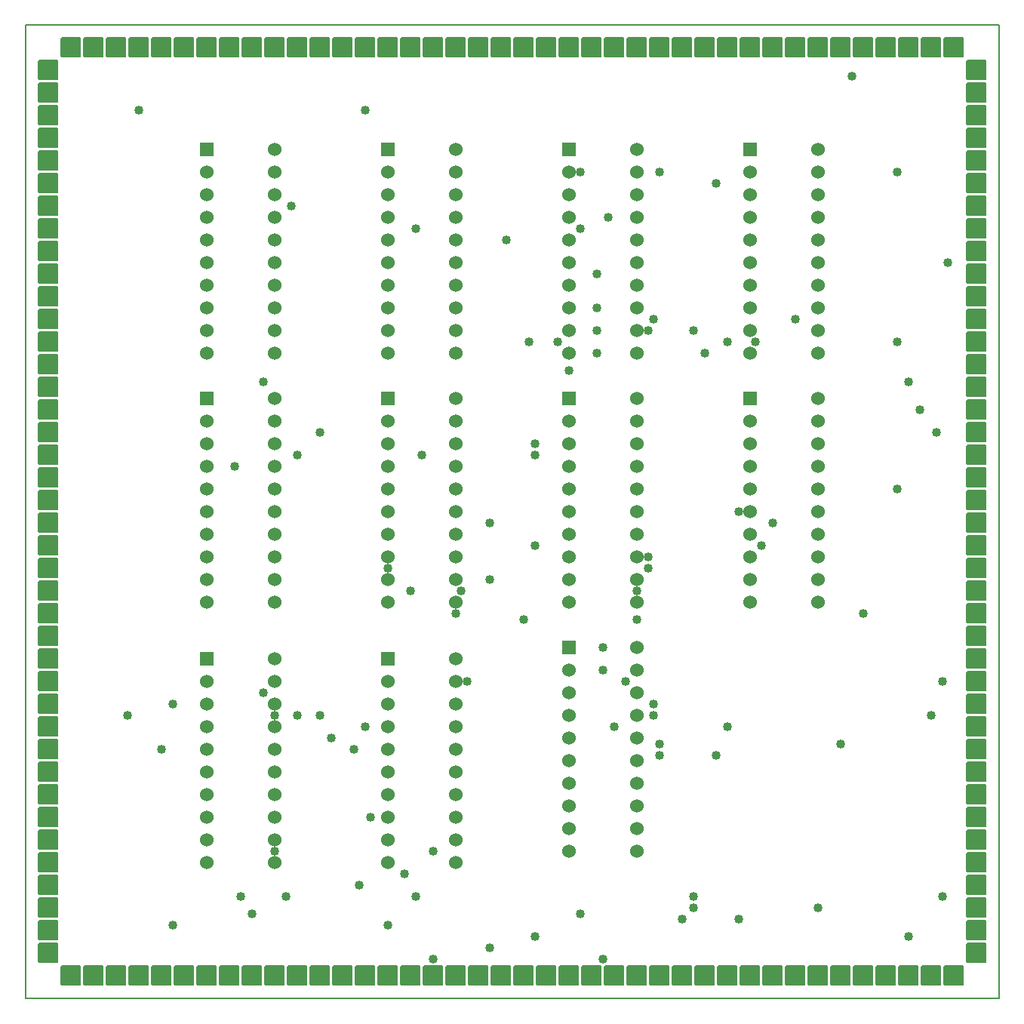
<source format=gbr>
G04 PROTEUS GERBER X2 FILE*
%TF.GenerationSoftware,Labcenter,Proteus,8.13-SP0-Build31525*%
%TF.CreationDate,2022-07-18T16:40:46+00:00*%
%TF.FileFunction,Soldermask,Bot*%
%TF.FilePolarity,Negative*%
%TF.Part,Single*%
%TF.SameCoordinates,{e24a2c9c-2edf-4d0d-b778-41e989ec9892}*%
%FSLAX45Y45*%
%MOMM*%
G01*
%TA.AperFunction,Material*%
%ADD17C,1.016000*%
%AMPPAD008*
4,1,36,
-1.016000,1.143000,
1.016000,1.143000,
1.041970,1.140470,
1.065980,1.133200,
1.087580,1.121650,
1.106290,1.106290,
1.121650,1.087570,
1.133200,1.065980,
1.140470,1.041970,
1.143000,1.016000,
1.143000,-1.016000,
1.140470,-1.041970,
1.133200,-1.065980,
1.121650,-1.087570,
1.106290,-1.106290,
1.087580,-1.121650,
1.065980,-1.133200,
1.041970,-1.140470,
1.016000,-1.143000,
-1.016000,-1.143000,
-1.041970,-1.140470,
-1.065980,-1.133200,
-1.087580,-1.121650,
-1.106290,-1.106290,
-1.121650,-1.087570,
-1.133200,-1.065980,
-1.140470,-1.041970,
-1.143000,-1.016000,
-1.143000,1.016000,
-1.140470,1.041970,
-1.133200,1.065980,
-1.121650,1.087570,
-1.106290,1.106290,
-1.087580,1.121650,
-1.065980,1.133200,
-1.041970,1.140470,
-1.016000,1.143000,
0*%
%TA.AperFunction,Material*%
%ADD18PPAD008*%
%AMPPAD009*
4,1,36,
1.143000,1.016000,
1.143000,-1.016000,
1.140470,-1.041970,
1.133200,-1.065980,
1.121650,-1.087580,
1.106290,-1.106290,
1.087570,-1.121650,
1.065980,-1.133200,
1.041970,-1.140470,
1.016000,-1.143000,
-1.016000,-1.143000,
-1.041970,-1.140470,
-1.065980,-1.133200,
-1.087570,-1.121650,
-1.106290,-1.106290,
-1.121650,-1.087580,
-1.133200,-1.065980,
-1.140470,-1.041970,
-1.143000,-1.016000,
-1.143000,1.016000,
-1.140470,1.041970,
-1.133200,1.065980,
-1.121650,1.087580,
-1.106290,1.106290,
-1.087570,1.121650,
-1.065980,1.133200,
-1.041970,1.140470,
-1.016000,1.143000,
1.016000,1.143000,
1.041970,1.140470,
1.065980,1.133200,
1.087570,1.121650,
1.106290,1.106290,
1.121650,1.087580,
1.133200,1.065980,
1.140470,1.041970,
1.143000,1.016000,
0*%
%ADD19PPAD009*%
%AMPPAD010*
4,1,36,
0.762000,0.635000,
0.762000,-0.635000,
0.759470,-0.660970,
0.752200,-0.684980,
0.740650,-0.706580,
0.725290,-0.725290,
0.706570,-0.740650,
0.684980,-0.752200,
0.660970,-0.759470,
0.635000,-0.762000,
-0.635000,-0.762000,
-0.660970,-0.759470,
-0.684980,-0.752200,
-0.706570,-0.740650,
-0.725290,-0.725290,
-0.740650,-0.706580,
-0.752200,-0.684980,
-0.759470,-0.660970,
-0.762000,-0.635000,
-0.762000,0.635000,
-0.759470,0.660970,
-0.752200,0.684980,
-0.740650,0.706580,
-0.725290,0.725290,
-0.706570,0.740650,
-0.684980,0.752200,
-0.660970,0.759470,
-0.635000,0.762000,
0.635000,0.762000,
0.660970,0.759470,
0.684980,0.752200,
0.706570,0.740650,
0.725290,0.725290,
0.740650,0.706580,
0.752200,0.684980,
0.759470,0.660970,
0.762000,0.635000,
0*%
%TA.AperFunction,Material*%
%ADD70PPAD010*%
%ADD71C,1.524000*%
%TA.AperFunction,Profile*%
%ADD15C,0.203200*%
%TD.AperFunction*%
D17*
X-1651000Y-2667000D03*
X-2667000Y-2540000D03*
X-1778000Y-2921000D03*
X-889000Y-4064000D03*
X-2667000Y-4064000D03*
X-2413000Y+381000D03*
X-3111500Y+254000D03*
X-2413000Y-2540000D03*
X-2159000Y+635000D03*
X-2159000Y-2540000D03*
X-2032000Y-2794000D03*
X-3048000Y-4572000D03*
X-1714500Y-4445000D03*
X-1397000Y-4889500D03*
X-3810000Y-4889500D03*
X-1587500Y-3683000D03*
X-1143000Y-1143000D03*
X-1206500Y-4318000D03*
X-3810000Y-2413000D03*
X-4318000Y-2540000D03*
X-3937000Y-2921000D03*
X+762000Y-4762500D03*
X-2921000Y-4762500D03*
X-2794000Y-2286000D03*
X+1016000Y-5270500D03*
X-889000Y-5270500D03*
X+1651000Y+3556000D03*
X+762000Y+3556000D03*
X+190500Y+1651000D03*
X+508000Y+1651000D03*
X-1016000Y+381000D03*
X+254000Y+381000D03*
X+254000Y+508000D03*
X+2540000Y-254000D03*
X-63500Y+2794000D03*
X+127000Y-1460500D03*
X+2794000Y-635000D03*
X+952500Y+2413000D03*
X+952500Y+2032000D03*
X+952500Y+1778000D03*
X+3175000Y+1905000D03*
X+952500Y+1524000D03*
X+3810000Y+4635500D03*
X+4318000Y+0D03*
X+4572000Y+889000D03*
X+1143000Y-2667000D03*
X+2413000Y-2667000D03*
X+1651000Y-2857500D03*
X+3683000Y-2857500D03*
X+3937000Y-1397000D03*
X+1524000Y-762000D03*
X+1524000Y-889000D03*
X-1397000Y-889000D03*
X-254000Y-1016000D03*
X-254000Y-5143500D03*
X-254000Y-381000D03*
X+254000Y-635000D03*
X+254000Y-5016500D03*
X+4445000Y-5016500D03*
X+1587500Y-2540000D03*
X+4699000Y-2540000D03*
X-571500Y-1143000D03*
X+1397000Y-1143000D03*
X-508000Y-2159000D03*
X+1587500Y-2413000D03*
X-635000Y-1397000D03*
X+762000Y+2921000D03*
X-1079500Y+2921000D03*
X+1079500Y+3048000D03*
X+1651000Y-2984500D03*
X+2286000Y-2984500D03*
X+1905000Y-4826000D03*
X+2540000Y-4826000D03*
X+1587500Y+1905000D03*
X+2032000Y+1778000D03*
X+1524000Y+1778000D03*
X-2476500Y+3175000D03*
X+2159000Y+1524000D03*
X+2921000Y-381000D03*
X+3429000Y-4699000D03*
X+2032000Y-4699000D03*
X-1079500Y-4572000D03*
X+2032000Y-4572000D03*
X+1397000Y-1460500D03*
X+2413000Y+1651000D03*
X-1651000Y+4254500D03*
X-4191000Y+4254500D03*
X+1016000Y-2032000D03*
X+1016000Y-1778000D03*
X+4318000Y+1651000D03*
X+4318000Y+3556000D03*
X+4889500Y+2540000D03*
X+2730500Y+1651000D03*
X+2286000Y+3429000D03*
X+4445000Y+1206500D03*
X-2794000Y+1206500D03*
X+4762500Y+635000D03*
X+635000Y+1333500D03*
X+4826000Y-4572000D03*
X-2540000Y-4572000D03*
X+4826000Y-2159000D03*
X+1270000Y-2159000D03*
D18*
X-2921000Y+4953000D03*
X-2667000Y+4953000D03*
X-2413000Y+4953000D03*
X-2159000Y+4953000D03*
X-1905000Y+4953000D03*
X-1651000Y+4953000D03*
X-1397000Y+4953000D03*
X-1143000Y+4953000D03*
X-889000Y+4953000D03*
X-635000Y+4953000D03*
X-381000Y+4953000D03*
X-127000Y+4953000D03*
X+127000Y+4953000D03*
X+381000Y+4953000D03*
X+635000Y+4953000D03*
X+889000Y+4953000D03*
X+1143000Y+4953000D03*
X+1397000Y+4953000D03*
X+1651000Y+4953000D03*
X+1905000Y+4953000D03*
X+2159000Y+4953000D03*
X+2413000Y+4953000D03*
X+2667000Y+4953000D03*
X+2921000Y+4953000D03*
X+3175000Y+4953000D03*
X+3429000Y+4953000D03*
X+3683000Y+4953000D03*
X+3937000Y+4953000D03*
X+4191000Y+4953000D03*
X+4445000Y+4953000D03*
X+4699000Y+4953000D03*
X+4953000Y+4953000D03*
X-4953000Y+4953000D03*
X-4699000Y+4953000D03*
X-4445000Y+4953000D03*
X-4191000Y+4953000D03*
X-3937000Y+4953000D03*
X-3683000Y+4953000D03*
X-3429000Y+4953000D03*
X-3175000Y+4953000D03*
X-4953000Y-5461000D03*
X-4699000Y-5461000D03*
X-4445000Y-5461000D03*
X-4191000Y-5461000D03*
X-3937000Y-5461000D03*
X-3683000Y-5461000D03*
X-3429000Y-5461000D03*
X-3175000Y-5461000D03*
X-2921000Y-5461000D03*
X-2667000Y-5461000D03*
X-2413000Y-5461000D03*
X-2159000Y-5461000D03*
X-1905000Y-5461000D03*
X-1651000Y-5461000D03*
X-1397000Y-5461000D03*
X-1143000Y-5461000D03*
X-889000Y-5461000D03*
X-635000Y-5461000D03*
X-381000Y-5461000D03*
X-127000Y-5461000D03*
X+127000Y-5461000D03*
X+381000Y-5461000D03*
X+635000Y-5461000D03*
X+889000Y-5461000D03*
X+1143000Y-5461000D03*
X+1397000Y-5461000D03*
X+1651000Y-5461000D03*
X+1905000Y-5461000D03*
X+2159000Y-5461000D03*
X+2413000Y-5461000D03*
X+2667000Y-5461000D03*
X+2921000Y-5461000D03*
X+3175000Y-5461000D03*
X+3429000Y-5461000D03*
X+3683000Y-5461000D03*
X+3937000Y-5461000D03*
X+4191000Y-5461000D03*
X+4445000Y-5461000D03*
X+4699000Y-5461000D03*
X+4953000Y-5461000D03*
D19*
X-5207000Y+4699000D03*
X-5207000Y+4445000D03*
X-5207000Y+4191000D03*
X-5207000Y+3937000D03*
X-5207000Y+3683000D03*
X-5207000Y+3429000D03*
X-5207000Y+3175000D03*
X-5207000Y+2921000D03*
X-5207000Y+2667000D03*
X-5207000Y+2413000D03*
X-5207000Y+2159000D03*
X-5207000Y+1905000D03*
X-5207000Y+1651000D03*
X-5207000Y+1397000D03*
X-5207000Y+1143000D03*
X-5207000Y+889000D03*
X-5207000Y+635000D03*
X-5207000Y+381000D03*
X-5207000Y+127000D03*
X-5207000Y-127000D03*
X-5207000Y-381000D03*
X-5207000Y-635000D03*
X-5207000Y-889000D03*
X-5207000Y-1143000D03*
X-5207000Y-1397000D03*
X-5207000Y-1651000D03*
X-5207000Y-1905000D03*
X-5207000Y-2159000D03*
X-5207000Y-2413000D03*
X-5207000Y-2667000D03*
X-5207000Y-2921000D03*
X-5207000Y-3175000D03*
X-5207000Y-3429000D03*
X-5207000Y-3683000D03*
X-5207000Y-3937000D03*
X-5207000Y-4191000D03*
X-5207000Y-4445000D03*
X-5207000Y-4699000D03*
X-5207000Y-4953000D03*
X-5207000Y-5207000D03*
X+5207000Y+4699000D03*
X+5207000Y+4445000D03*
X+5207000Y+4191000D03*
X+5207000Y+3937000D03*
X+5207000Y+3683000D03*
X+5207000Y+3429000D03*
X+5207000Y+3175000D03*
X+5207000Y+2921000D03*
X+5207000Y+2667000D03*
X+5207000Y+2413000D03*
X+5207000Y+2159000D03*
X+5207000Y+1905000D03*
X+5207000Y+1651000D03*
X+5207000Y+1397000D03*
X+5207000Y+1143000D03*
X+5207000Y+889000D03*
X+5207000Y+635000D03*
X+5207000Y+381000D03*
X+5207000Y+127000D03*
X+5207000Y-127000D03*
X+5207000Y-381000D03*
X+5207000Y-635000D03*
X+5207000Y-889000D03*
X+5207000Y-1143000D03*
X+5207000Y-1397000D03*
X+5207000Y-1651000D03*
X+5207000Y-1905000D03*
X+5207000Y-2159000D03*
X+5207000Y-2413000D03*
X+5207000Y-2667000D03*
X+5207000Y-2921000D03*
X+5207000Y-3175000D03*
X+5207000Y-3429000D03*
X+5207000Y-3683000D03*
X+5207000Y-3937000D03*
X+5207000Y-4191000D03*
X+5207000Y-4445000D03*
X+5207000Y-4699000D03*
X+5207000Y-4953000D03*
X+5207000Y-5207000D03*
D70*
X-3429000Y+3810000D03*
D71*
X-3429000Y+3556000D03*
X-3429000Y+3302000D03*
X-3429000Y+3048000D03*
X-3429000Y+2794000D03*
X-3429000Y+2540000D03*
X-3429000Y+2286000D03*
X-3429000Y+2032000D03*
X-3429000Y+1778000D03*
X-3429000Y+1524000D03*
X-2667000Y+1524000D03*
X-2667000Y+1778000D03*
X-2667000Y+2032000D03*
X-2667000Y+2286000D03*
X-2667000Y+2540000D03*
X-2667000Y+2794000D03*
X-2667000Y+3048000D03*
X-2667000Y+3302000D03*
X-2667000Y+3556000D03*
X-2667000Y+3810000D03*
D70*
X-3429000Y+1016000D03*
D71*
X-3429000Y+762000D03*
X-3429000Y+508000D03*
X-3429000Y+254000D03*
X-3429000Y+0D03*
X-3429000Y-254000D03*
X-3429000Y-508000D03*
X-3429000Y-762000D03*
X-3429000Y-1016000D03*
X-3429000Y-1270000D03*
X-2667000Y-1270000D03*
X-2667000Y-1016000D03*
X-2667000Y-762000D03*
X-2667000Y-508000D03*
X-2667000Y-254000D03*
X-2667000Y+0D03*
X-2667000Y+254000D03*
X-2667000Y+508000D03*
X-2667000Y+762000D03*
X-2667000Y+1016000D03*
D70*
X-1397000Y+3810000D03*
D71*
X-1397000Y+3556000D03*
X-1397000Y+3302000D03*
X-1397000Y+3048000D03*
X-1397000Y+2794000D03*
X-1397000Y+2540000D03*
X-1397000Y+2286000D03*
X-1397000Y+2032000D03*
X-1397000Y+1778000D03*
X-1397000Y+1524000D03*
X-635000Y+1524000D03*
X-635000Y+1778000D03*
X-635000Y+2032000D03*
X-635000Y+2286000D03*
X-635000Y+2540000D03*
X-635000Y+2794000D03*
X-635000Y+3048000D03*
X-635000Y+3302000D03*
X-635000Y+3556000D03*
X-635000Y+3810000D03*
D70*
X-1397000Y+1016000D03*
D71*
X-1397000Y+762000D03*
X-1397000Y+508000D03*
X-1397000Y+254000D03*
X-1397000Y+0D03*
X-1397000Y-254000D03*
X-1397000Y-508000D03*
X-1397000Y-762000D03*
X-1397000Y-1016000D03*
X-1397000Y-1270000D03*
X-635000Y-1270000D03*
X-635000Y-1016000D03*
X-635000Y-762000D03*
X-635000Y-508000D03*
X-635000Y-254000D03*
X-635000Y+0D03*
X-635000Y+254000D03*
X-635000Y+508000D03*
X-635000Y+762000D03*
X-635000Y+1016000D03*
D70*
X+635000Y+3810000D03*
D71*
X+635000Y+3556000D03*
X+635000Y+3302000D03*
X+635000Y+3048000D03*
X+635000Y+2794000D03*
X+635000Y+2540000D03*
X+635000Y+2286000D03*
X+635000Y+2032000D03*
X+635000Y+1778000D03*
X+635000Y+1524000D03*
X+1397000Y+1524000D03*
X+1397000Y+1778000D03*
X+1397000Y+2032000D03*
X+1397000Y+2286000D03*
X+1397000Y+2540000D03*
X+1397000Y+2794000D03*
X+1397000Y+3048000D03*
X+1397000Y+3302000D03*
X+1397000Y+3556000D03*
X+1397000Y+3810000D03*
D70*
X+635000Y+1016000D03*
D71*
X+635000Y+762000D03*
X+635000Y+508000D03*
X+635000Y+254000D03*
X+635000Y+0D03*
X+635000Y-254000D03*
X+635000Y-508000D03*
X+635000Y-762000D03*
X+635000Y-1016000D03*
X+635000Y-1270000D03*
X+1397000Y-1270000D03*
X+1397000Y-1016000D03*
X+1397000Y-762000D03*
X+1397000Y-508000D03*
X+1397000Y-254000D03*
X+1397000Y+0D03*
X+1397000Y+254000D03*
X+1397000Y+508000D03*
X+1397000Y+762000D03*
X+1397000Y+1016000D03*
D70*
X-3429000Y-1905000D03*
D71*
X-3429000Y-2159000D03*
X-3429000Y-2413000D03*
X-3429000Y-2667000D03*
X-3429000Y-2921000D03*
X-3429000Y-3175000D03*
X-3429000Y-3429000D03*
X-3429000Y-3683000D03*
X-3429000Y-3937000D03*
X-3429000Y-4191000D03*
X-2667000Y-4191000D03*
X-2667000Y-3937000D03*
X-2667000Y-3683000D03*
X-2667000Y-3429000D03*
X-2667000Y-3175000D03*
X-2667000Y-2921000D03*
X-2667000Y-2667000D03*
X-2667000Y-2413000D03*
X-2667000Y-2159000D03*
X-2667000Y-1905000D03*
D70*
X+635000Y-1778000D03*
D71*
X+635000Y-2032000D03*
X+635000Y-2286000D03*
X+635000Y-2540000D03*
X+635000Y-2794000D03*
X+635000Y-3048000D03*
X+635000Y-3302000D03*
X+635000Y-3556000D03*
X+635000Y-3810000D03*
X+635000Y-4064000D03*
X+1397000Y-4064000D03*
X+1397000Y-3810000D03*
X+1397000Y-3556000D03*
X+1397000Y-3302000D03*
X+1397000Y-3048000D03*
X+1397000Y-2794000D03*
X+1397000Y-2540000D03*
X+1397000Y-2286000D03*
X+1397000Y-2032000D03*
X+1397000Y-1778000D03*
D70*
X-1397000Y-1905000D03*
D71*
X-1397000Y-2159000D03*
X-1397000Y-2413000D03*
X-1397000Y-2667000D03*
X-1397000Y-2921000D03*
X-1397000Y-3175000D03*
X-1397000Y-3429000D03*
X-1397000Y-3683000D03*
X-1397000Y-3937000D03*
X-1397000Y-4191000D03*
X-635000Y-4191000D03*
X-635000Y-3937000D03*
X-635000Y-3683000D03*
X-635000Y-3429000D03*
X-635000Y-3175000D03*
X-635000Y-2921000D03*
X-635000Y-2667000D03*
X-635000Y-2413000D03*
X-635000Y-2159000D03*
X-635000Y-1905000D03*
D70*
X+2667000Y+3810000D03*
D71*
X+2667000Y+3556000D03*
X+2667000Y+3302000D03*
X+2667000Y+3048000D03*
X+2667000Y+2794000D03*
X+2667000Y+2540000D03*
X+2667000Y+2286000D03*
X+2667000Y+2032000D03*
X+2667000Y+1778000D03*
X+2667000Y+1524000D03*
X+3429000Y+1524000D03*
X+3429000Y+1778000D03*
X+3429000Y+2032000D03*
X+3429000Y+2286000D03*
X+3429000Y+2540000D03*
X+3429000Y+2794000D03*
X+3429000Y+3048000D03*
X+3429000Y+3302000D03*
X+3429000Y+3556000D03*
X+3429000Y+3810000D03*
D70*
X+2667000Y+1016000D03*
D71*
X+2667000Y+762000D03*
X+2667000Y+508000D03*
X+2667000Y+254000D03*
X+2667000Y+0D03*
X+2667000Y-254000D03*
X+2667000Y-508000D03*
X+2667000Y-762000D03*
X+2667000Y-1016000D03*
X+2667000Y-1270000D03*
X+3429000Y-1270000D03*
X+3429000Y-1016000D03*
X+3429000Y-762000D03*
X+3429000Y-508000D03*
X+3429000Y-254000D03*
X+3429000Y+0D03*
X+3429000Y+254000D03*
X+3429000Y+508000D03*
X+3429000Y+762000D03*
X+3429000Y+1016000D03*
D15*
X-5461000Y-5715000D02*
X+5461000Y-5715000D01*
X+5461000Y+5207000D01*
X-5461000Y+5207000D01*
X-5461000Y-5715000D01*
M02*

</source>
